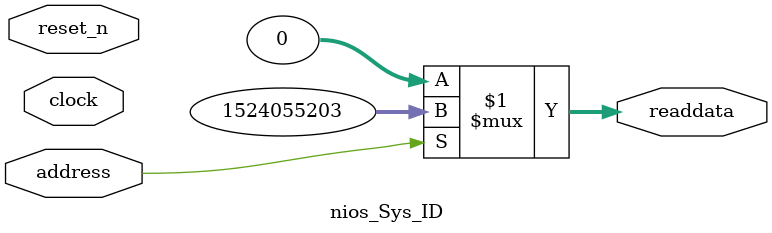
<source format=v>



// synthesis translate_off
`timescale 1ns / 1ps
// synthesis translate_on

// turn off superfluous verilog processor warnings 
// altera message_level Level1 
// altera message_off 10034 10035 10036 10037 10230 10240 10030 

module nios_Sys_ID (
               // inputs:
                address,
                clock,
                reset_n,

               // outputs:
                readdata
             )
;

  output  [ 31: 0] readdata;
  input            address;
  input            clock;
  input            reset_n;

  wire    [ 31: 0] readdata;
  //control_slave, which is an e_avalon_slave
  assign readdata = address ? 1524055203 : 0;

endmodule



</source>
